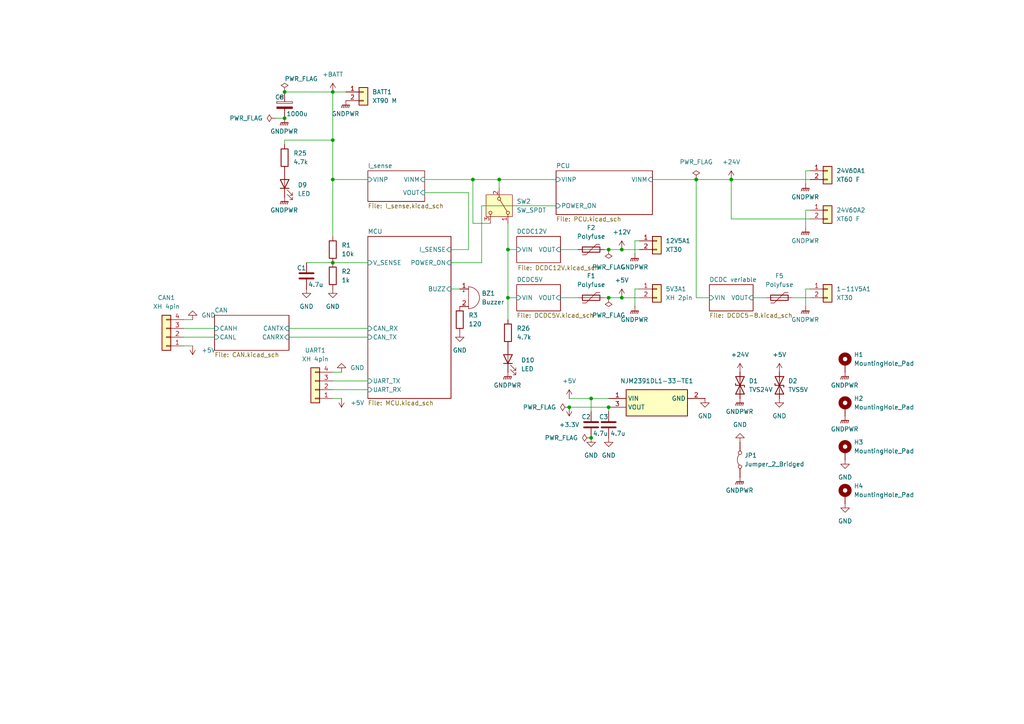
<source format=kicad_sch>
(kicad_sch (version 20250114) (generator "eeschema") (generator_version "9.0")
  (paper "A4")
  (lib_symbols
    (symbol "Connector_Generic:Conn_01x02" (pin_names (offset 1.016) (hide yes))
      (property "Reference" "J" (at 0 2.54 0))
      (property "Value" "Conn_01x02" (at 0 -5.08 0))
      (symbol "Conn_01x02_1_1"
        (rectangle (start -1.27 1.27) (end 1.27 -3.81) (stroke (width 0.254)) (fill (type background)))
        (rectangle (start -1.27 0.127) (end 0 -0.127) (stroke (width 0.1524)))
        (rectangle (start -1.27 -2.413) (end 0 -2.667) (stroke (width 0.1524)))
        (pin passive line (at -5.08 0 0) (length 3.81) (name "Pin_1") (number "1"))
        (pin passive line (at -5.08 -2.54 0) (length 3.81) (name "Pin_2") (number "2"))
      )
    )
    (symbol "Connector_Generic:Conn_01x04" (pin_names (offset 1.016) (hide yes))
      (property "Reference" "J" (at 0 5.08 0))
      (property "Value" "Conn_01x04" (at 0 -7.62 0))
      (symbol "Conn_01x04_1_1"
        (rectangle (start -1.27 3.81) (end 1.27 -6.35) (stroke (width 0.254)) (fill (type background)))
        (rectangle (start -1.27 2.667) (end 0 2.413) (stroke (width 0.1524)))
        (rectangle (start -1.27 0.127) (end 0 -0.127) (stroke (width 0.1524)))
        (rectangle (start -1.27 -2.413) (end 0 -2.667) (stroke (width 0.1524)))
        (rectangle (start -1.27 -4.953) (end 0 -5.207) (stroke (width 0.1524)))
        (pin passive line (at -5.08 2.54 0) (length 3.81) (name "Pin_1") (number "1"))
        (pin passive line (at -5.08 0 0) (length 3.81) (name "Pin_2") (number "2"))
        (pin passive line (at -5.08 -2.54 0) (length 3.81) (name "Pin_3") (number "3"))
        (pin passive line (at -5.08 -5.08 0) (length 3.81) (name "Pin_4") (number "4"))
      )
    )
    (symbol "Device:Buzzer" (pin_names (offset 0.0254) (hide yes))
      (property "Reference" "BZ" (at 3.81 1.27 0))
      (property "Value" "Buzzer" (at 3.81 -1.27 0))
      (symbol "Buzzer_0_1"
        (polyline (pts (xy -1.651 1.905) (xy -1.143 1.905)))
        (polyline (pts (xy -1.397 2.159) (xy -1.397 1.651)))
        (arc (start 0 3.175) (mid 3.1612 0) (end 0 -3.175))
        (polyline (pts (xy 0 3.175) (xy 0 -3.175)))
      )
      (symbol "Buzzer_1_1"
        (pin passive line (at -2.54 2.54 0) (length 2.54) (name "+") (number "1"))
        (pin passive line (at -2.54 -2.54 0) (length 2.54) (name "-") (number "2"))
      )
    )
    (symbol "Device:C" (pin_numbers (hide yes)) (pin_names (offset 0.254))
      (property "Reference" "C" (at 0.635 2.54 0))
      (property "Value" "C" (at 0.635 -2.54 0))
      (symbol "C_0_1"
        (polyline (pts (xy -2.032 0.762) (xy 2.032 0.762)) (stroke (width 0.508)))
        (polyline (pts (xy -2.032 -0.762) (xy 2.032 -0.762)) (stroke (width 0.508)))
      )
      (symbol "C_1_1"
        (pin passive line (at 0 3.81 270) (length 2.794) (name "~") (number "1"))
        (pin passive line (at 0 -3.81 90) (length 2.794) (name "~") (number "2"))
      )
    )
    (symbol "Device:C_Polarized" (pin_numbers (hide yes)) (pin_names (offset 0.254))
      (property "Reference" "C" (at 0.635 2.54 0))
      (property "Value" "C_Polarized" (at 0.635 -2.54 0))
      (symbol "C_Polarized_0_1"
        (rectangle (start -2.286 0.508) (end 2.286 1.016))
        (polyline (pts (xy -1.778 2.286) (xy -0.762 2.286)))
        (polyline (pts (xy -1.27 2.794) (xy -1.27 1.778)))
        (rectangle (start 2.286 -0.508) (end -2.286 -1.016) (fill (type outline)))
      )
      (symbol "C_Polarized_1_1"
        (pin passive line (at 0 3.81 270) (length 2.794) (name "~") (number "1"))
        (pin passive line (at 0 -3.81 90) (length 2.794) (name "~") (number "2"))
      )
    )
    (symbol "Device:D_TVS" (pin_numbers (hide yes)) (pin_names (offset 1.016) (hide yes))
      (property "Reference" "D" (at 0 2.54 0))
      (property "Value" "D_TVS" (at 0 -2.54 0))
      (symbol "D_TVS_0_1"
        (polyline (pts (xy -2.54 1.27) (xy -2.54 -1.27) (xy 2.54 1.27) (xy 2.54 -1.27) (xy -2.54 1.27)) (stroke (width 0.254)))
        (polyline (pts (xy 0.508 1.27) (xy 0 1.27) (xy 0 -1.27) (xy -0.508 -1.27)) (stroke (width 0.254)))
        (polyline (pts (xy 1.27 0) (xy -1.27 0)))
      )
      (symbol "D_TVS_1_1"
        (pin passive line (at -3.81 0 0) (length 2.54) (name "A1") (number "1"))
        (pin passive line (at 3.81 0 180) (length 2.54) (name "A2") (number "2"))
      )
    )
    (symbol "Device:LED" (pin_numbers (hide yes)) (pin_names (offset 1.016) (hide yes))
      (property "Reference" "D" (at 0 2.54 0))
      (property "Value" "LED" (at 0 -2.54 0))
      (symbol "LED_0_1"
        (polyline (pts (xy -3.048 -0.762) (xy -4.572 -2.286) (xy -3.81 -2.286) (xy -4.572 -2.286) (xy -4.572 -1.524)))
        (polyline (pts (xy -1.778 -0.762) (xy -3.302 -2.286) (xy -2.54 -2.286) (xy -3.302 -2.286) (xy -3.302 -1.524)))
        (polyline (pts (xy -1.27 0) (xy 1.27 0)))
        (polyline (pts (xy -1.27 -1.27) (xy -1.27 1.27)) (stroke (width 0.254)))
        (polyline (pts (xy 1.27 -1.27) (xy 1.27 1.27) (xy -1.27 0) (xy 1.27 -1.27)) (stroke (width 0.254)))
      )
      (symbol "LED_1_1"
        (pin passive line (at -3.81 0 0) (length 2.54) (name "K") (number "1"))
        (pin passive line (at 3.81 0 180) (length 2.54) (name "A") (number "2"))
      )
    )
    (symbol "Device:Polyfuse" (pin_numbers (hide yes)) (pin_names (offset 0))
      (property "Reference" "F" (at -2.54 0 90))
      (property "Value" "Polyfuse" (at 2.54 0 90))
      (symbol "Polyfuse_0_1"
        (polyline (pts (xy -1.524 2.54) (xy -1.524 1.524) (xy 1.524 -1.524) (xy 1.524 -2.54)))
        (rectangle (start -0.762 2.54) (end 0.762 -2.54) (stroke (width 0.254)))
        (polyline (pts (xy 0 2.54) (xy 0 -2.54)))
      )
      (symbol "Polyfuse_1_1"
        (pin passive line (at 0 3.81 270) (length 1.27) (name "~") (number "1"))
        (pin passive line (at 0 -3.81 90) (length 1.27) (name "~") (number "2"))
      )
    )
    (symbol "Device:R" (pin_numbers (hide yes)) (pin_names (offset 0))
      (property "Reference" "R" (at 2.032 0 90))
      (property "Value" "R" (at 0 0 90))
      (symbol "R_0_1"
        (rectangle (start -1.016 -2.54) (end 1.016 2.54) (stroke (width 0.254)))
      )
      (symbol "R_1_1"
        (pin passive line (at 0 3.81 270) (length 1.27) (name "~") (number "1"))
        (pin passive line (at 0 -3.81 90) (length 1.27) (name "~") (number "2"))
      )
    )
    (symbol "Jumper:Jumper_2_Bridged" (pin_numbers (hide yes)) (pin_names (offset 0) (hide yes))
      (property "Reference" "JP" (at 0 1.905 0))
      (property "Value" "Jumper_2_Bridged" (at 0 -2.54 0))
      (symbol "Jumper_2_Bridged_0_0"
        (circle (center -2.032 0) (radius 0.508))
        (circle (center 2.032 0) (radius 0.508))
      )
      (symbol "Jumper_2_Bridged_0_1"
        (arc (start -1.524 0.254) (mid 0 0.762) (end 1.524 0.254))
      )
      (symbol "Jumper_2_Bridged_1_1"
        (pin passive line (at -5.08 0 0) (length 2.54) (name "A") (number "1"))
        (pin passive line (at 5.08 0 180) (length 2.54) (name "B") (number "2"))
      )
    )
    (symbol "Mechanical:MountingHole_Pad" (pin_numbers (hide yes)) (pin_names (offset 1.016) (hide yes)) (in_bom no)
      (property "Reference" "H" (at 0 6.35 0))
      (property "Value" "MountingHole_Pad" (at 0 4.445 0))
      (symbol "MountingHole_Pad_0_1"
        (circle (center 0 1.27) (radius 1.27) (stroke (width 1.27)))
      )
      (symbol "MountingHole_Pad_1_1"
        (pin input line (at 0 -2.54 90) (length 2.54) (name "1") (number "1"))
      )
    )
    (symbol "NJM2391DL1-33-TE1:NJM2391DL1-33-TE1"
      (property "Reference" "IC" (at 24.13 7.62 0))
      (property "Value" "NJM2391DL1-33-TE1" (at 24.13 5.08 0))
      (symbol "NJM2391DL1-33-TE1_1_1"
        (rectangle (start 5.08 2.54) (end 22.86 -5.08) (stroke (width 0.254)) (fill (type background)))
        (pin passive line (at 0 0 0) (length 5.08) (name "VIN") (number "1"))
        (pin passive line (at 0 -2.54 0) (length 5.08) (name "VOUT") (number "3"))
        (pin passive line (at 27.94 0 180) (length 5.08) (name "GND") (number "2"))
      )
    )
    (symbol "Switch:SW_SPDT" (pin_names (offset 0) (hide yes))
      (property "Reference" "SW" (at 0 5.08 0))
      (property "Value" "SW_SPDT" (at 0 -5.08 0))
      (symbol "SW_SPDT_0_1"
        (circle (center -2.032 0) (radius 0.4572))
        (polyline (pts (xy -1.651 0.254) (xy 1.651 2.286)))
        (circle (center 2.032 2.54) (radius 0.4572))
        (circle (center 2.032 -2.54) (radius 0.4572))
      )
      (symbol "SW_SPDT_1_1"
        (rectangle (start -3.175 3.81) (end 3.175 -3.81) (fill (type background)))
        (pin passive line (at -5.08 0 0) (length 2.54) (name "B") (number "2"))
        (pin passive line (at 5.08 2.54 180) (length 2.54) (name "A") (number "1"))
        (pin passive line (at 5.08 -2.54 180) (length 2.54) (name "C") (number "3"))
      )
    )
    (symbol "power:+12V" (power) (pin_numbers (hide yes)) (pin_names (offset 0) (hide yes))
      (property "Value" "+12V" (at 0 3.556 0))
      (symbol "+12V_0_1"
        (polyline (pts (xy -0.762 1.27) (xy 0 2.54)))
        (polyline (pts (xy 0 2.54) (xy 0.762 1.27)))
        (polyline (pts (xy 0 0) (xy 0 2.54)))
      )
      (symbol "+12V_1_1"
        (pin power_in line (at 0 0 90) (length 0) (name "~") (number "1"))
      )
    )
    (symbol "power:+24V" (power) (pin_numbers (hide yes)) (pin_names (offset 0) (hide yes))
      (property "Value" "+24V" (at 0 3.556 0))
      (symbol "+24V_0_1"
        (polyline (pts (xy -0.762 1.27) (xy 0 2.54)))
        (polyline (pts (xy 0 2.54) (xy 0.762 1.27)))
        (polyline (pts (xy 0 0) (xy 0 2.54)))
      )
      (symbol "+24V_1_1"
        (pin power_in line (at 0 0 90) (length 0) (name "~") (number "1"))
      )
    )
    (symbol "power:+3.3V" (power) (pin_numbers (hide yes)) (pin_names (offset 0) (hide yes))
      (property "Value" "+3.3V" (at 0 3.556 0))
      (symbol "+3.3V_0_1"
        (polyline (pts (xy -0.762 1.27) (xy 0 2.54)))
        (polyline (pts (xy 0 2.54) (xy 0.762 1.27)))
        (polyline (pts (xy 0 0) (xy 0 2.54)))
      )
      (symbol "+3.3V_1_1"
        (pin power_in line (at 0 0 90) (length 0) (name "~") (number "1"))
      )
    )
    (symbol "power:+5V" (power) (pin_numbers (hide yes)) (pin_names (offset 0) (hide yes))
      (property "Value" "+5V" (at 0 3.556 0))
      (symbol "+5V_0_1"
        (polyline (pts (xy -0.762 1.27) (xy 0 2.54)))
        (polyline (pts (xy 0 2.54) (xy 0.762 1.27)))
        (polyline (pts (xy 0 0) (xy 0 2.54)))
      )
      (symbol "+5V_1_1"
        (pin power_in line (at 0 0 90) (length 0) (name "~") (number "1"))
      )
    )
    (symbol "power:+BATT" (power) (pin_numbers (hide yes)) (pin_names (offset 0) (hide yes))
      (property "Value" "+BATT" (at 0 3.556 0))
      (symbol "+BATT_0_1"
        (polyline (pts (xy -0.762 1.27) (xy 0 2.54)))
        (polyline (pts (xy 0 2.54) (xy 0.762 1.27)))
        (polyline (pts (xy 0 0) (xy 0 2.54)))
      )
      (symbol "+BATT_1_1"
        (pin power_in line (at 0 0 90) (length 0) (name "~") (number "1"))
      )
    )
    (symbol "power:GND" (power) (pin_numbers (hide yes)) (pin_names (offset 0) (hide yes))
      (property "Value" "GND" (at 0 -3.81 0))
      (symbol "GND_0_1"
        (polyline (pts (xy 0 0) (xy 0 -1.27) (xy 1.27 -1.27) (xy 0 -2.54) (xy -1.27 -1.27) (xy 0 -1.27)))
      )
      (symbol "GND_1_1"
        (pin power_in line (at 0 0 270) (length 0) (name "~") (number "1"))
      )
    )
    (symbol "power:GNDPWR" (power) (pin_numbers (hide yes)) (pin_names (offset 0) (hide yes))
      (property "Value" "GNDPWR" (at 0 -3.302 0))
      (symbol "GNDPWR_0_1"
        (polyline (pts (xy -1.016 -1.27) (xy -1.27 -2.032) (xy -1.27 -2.032)) (stroke (width 0.2032)))
        (polyline (pts (xy -0.508 -1.27) (xy -0.762 -2.032) (xy -0.762 -2.032)) (stroke (width 0.2032)))
        (polyline (pts (xy 0 -1.27) (xy 0 0)))
        (polyline (pts (xy 0 -1.27) (xy -0.254 -2.032) (xy -0.254 -2.032)) (stroke (width 0.2032)))
        (polyline (pts (xy 0.508 -1.27) (xy 0.254 -2.032) (xy 0.254 -2.032)) (stroke (width 0.2032)))
        (polyline (pts (xy 1.016 -1.27) (xy -1.016 -1.27) (xy -1.016 -1.27)) (stroke (width 0.2032)))
        (polyline (pts (xy 1.016 -1.27) (xy 0.762 -2.032) (xy 0.762 -2.032) (xy 0.762 -2.032)) (stroke (width 0.2032)))
      )
      (symbol "GNDPWR_1_1"
        (pin power_in line (at 0 0 270) (length 0) (name "~") (number "1"))
      )
    )
    (symbol "power:PWR_FLAG" (power) (pin_numbers (hide yes)) (pin_names (offset 0) (hide yes))
      (property "Value" "PWR_FLAG" (at 0 3.81 0))
      (symbol "PWR_FLAG_0_0"
        (pin power_out line (at 0 0 90) (length 0) (name "~") (number "1"))
      )
      (symbol "PWR_FLAG_0_1"
        (polyline (pts (xy 0 0) (xy 0 1.27) (xy -1.016 1.905) (xy 0 2.54) (xy 1.016 1.905) (xy 0 1.27)))
      )
    )
  )
  (junction (at 171.45 127))
  (junction (at 147.32 72.39))
  (junction (at 147.32 86.36))
  (junction (at 96.52 26.67))
  (junction (at 82.55 26.67))
  (junction (at 171.45 115.57))
  (junction (at 212.09 52.07))
  (junction (at 176.53 86.36))
  (junction (at 180.34 86.36))
  (junction (at 176.53 118.11))
  (junction (at 137.16 52.07))
  (junction (at 201.93 52.07))
  (junction (at 176.53 72.39))
  (junction (at 96.52 76.2))
  (junction (at 180.34 72.39))
  (junction (at 144.78 52.07))
  (junction (at 82.55 34.29))
  (junction (at 165.1 118.11))
  (junction (at 96.52 40.64))
  (junction (at 96.52 52.07))
  (wire (pts (xy 165.1 118.11) (xy 176.53 118.11)))
  (wire (pts (xy 189.23 52.07) (xy 201.93 52.07)))
  (wire (pts (xy 229.87 86.36) (xy 234.95 86.36)))
  (wire (pts (xy 147.32 86.36) (xy 147.32 72.39)))
  (wire (pts (xy 130.81 83.82) (xy 133.35 83.82)))
  (wire (pts (xy 123.19 52.07) (xy 137.16 52.07)))
  (wire (pts (xy 218.44 86.36) (xy 222.25 86.36)))
  (wire (pts (xy 137.16 64.77) (xy 137.16 52.07)))
  (wire (pts (xy 82.55 26.67) (xy 96.52 26.67)))
  (wire (pts (xy 233.68 60.96) (xy 233.68 66.04)))
  (wire (pts (xy 180.34 72.39) (xy 185.42 72.39)))
  (wire (pts (xy 96.52 113.03) (xy 106.68 113.03)))
  (wire (pts (xy 82.55 40.64) (xy 96.52 40.64)))
  (wire (pts (xy 96.52 26.67) (xy 100.33 26.67)))
  (wire (pts (xy 233.68 83.82) (xy 233.68 88.9)))
  (wire (pts (xy 149.86 86.36) (xy 147.32 86.36)))
  (wire (pts (xy 234.95 83.82) (xy 233.68 83.82)))
  (wire (pts (xy 233.68 53.34) (xy 233.68 49.53)))
  (wire (pts (xy 82.55 41.91) (xy 82.55 40.64)))
  (wire (pts (xy 96.52 40.64) (xy 96.52 52.07)))
  (wire (pts (xy 184.15 69.85) (xy 184.15 73.66)))
  (wire (pts (xy 83.82 95.25) (xy 106.68 95.25)))
  (wire (pts (xy 201.93 86.36) (xy 201.93 52.07)))
  (wire (pts (xy 147.32 72.39) (xy 149.86 72.39)))
  (wire (pts (xy 144.78 52.07) (xy 144.78 54.61)))
  (wire (pts (xy 212.09 63.5) (xy 212.09 52.07)))
  (wire (pts (xy 233.68 49.53) (xy 234.95 49.53)))
  (wire (pts (xy 96.52 76.2) (xy 106.68 76.2)))
  (wire (pts (xy 53.34 95.25) (xy 62.23 95.25)))
  (wire (pts (xy 175.26 72.39) (xy 176.53 72.39)))
  (wire (pts (xy 96.52 52.07) (xy 106.68 52.07)))
  (wire (pts (xy 184.15 83.82) (xy 184.15 88.9)))
  (wire (pts (xy 139.7 59.69) (xy 161.29 59.69)))
  (wire (pts (xy 80.01 34.29) (xy 82.55 34.29)))
  (wire (pts (xy 130.81 76.2) (xy 139.7 76.2)))
  (wire (pts (xy 96.52 110.49) (xy 106.68 110.49)))
  (wire (pts (xy 176.53 118.11) (xy 176.53 119.38)))
  (wire (pts (xy 185.42 83.82) (xy 184.15 83.82)))
  (wire (pts (xy 176.53 86.36) (xy 180.34 86.36)))
  (wire (pts (xy 185.42 69.85) (xy 184.15 69.85)))
  (wire (pts (xy 212.09 52.07) (xy 234.95 52.07)))
  (wire (pts (xy 96.52 26.67) (xy 96.52 40.64)))
  (wire (pts (xy 175.26 86.36) (xy 176.53 86.36)))
  (wire (pts (xy 162.56 86.36) (xy 167.64 86.36)))
  (wire (pts (xy 165.1 115.57) (xy 171.45 115.57)))
  (wire (pts (xy 212.09 63.5) (xy 234.95 63.5)))
  (wire (pts (xy 53.34 100.33) (xy 55.88 100.33)))
  (wire (pts (xy 135.89 72.39) (xy 130.81 72.39)))
  (wire (pts (xy 88.9 76.2) (xy 96.52 76.2)))
  (wire (pts (xy 135.89 55.88) (xy 135.89 72.39)))
  (wire (pts (xy 53.34 92.71) (xy 55.88 92.71)))
  (wire (pts (xy 147.32 86.36) (xy 147.32 92.71)))
  (wire (pts (xy 137.16 52.07) (xy 144.78 52.07)))
  (wire (pts (xy 96.52 68.58) (xy 96.52 52.07)))
  (wire (pts (xy 147.32 64.77) (xy 147.32 72.39)))
  (wire (pts (xy 83.82 97.79) (xy 106.68 97.79)))
  (wire (pts (xy 144.78 52.07) (xy 161.29 52.07)))
  (wire (pts (xy 180.34 86.36) (xy 185.42 86.36)))
  (wire (pts (xy 201.93 52.07) (xy 212.09 52.07)))
  (wire (pts (xy 176.53 72.39) (xy 180.34 72.39)))
  (wire (pts (xy 99.06 115.57) (xy 96.52 115.57)))
  (wire (pts (xy 205.74 86.36) (xy 201.93 86.36)))
  (wire (pts (xy 171.45 115.57) (xy 176.53 115.57)))
  (wire (pts (xy 123.19 55.88) (xy 135.89 55.88)))
  (wire (pts (xy 162.56 72.39) (xy 167.64 72.39)))
  (wire (pts (xy 139.7 76.2) (xy 139.7 59.69)))
  (wire (pts (xy 53.34 97.79) (xy 62.23 97.79)))
  (wire (pts (xy 171.45 115.57) (xy 171.45 119.38)))
  (wire (pts (xy 142.24 64.77) (xy 137.16 64.77)))
  (wire (pts (xy 99.06 107.95) (xy 96.52 107.95)))
  (wire (pts (xy 234.95 60.96) (xy 233.68 60.96)))
  (symbol (lib_id "Switch:SW_SPDT") (at 144.78 59.69 270) (unit 1)
    (property "Reference" "SW2" (at 149.86 58.4199 90) (effects (justify left)))
    (property "Value" "SW_SPDT" (at 149.86 60.9599 90) (effects (justify left)))
    (property "Footprint" "Connector:FanPinHeader_1x03_P2.54mm_Vertical" (effects (hide yes)))
    (property "Description" "Switch, single pole double throw" (effects (hide yes)))
  )
  (symbol (lib_id "power:+5V") (at 55.88 100.33 180) (unit 1)
    (property "Reference" "#PWR01" (effects (hide yes)))
    (property "Value" "+5V" (at 58.42 101.5999 0) (effects (justify right)))
    (property "Description" "Power symbol creates a global label with name \"+5V\"" (effects (hide yes)))
  )
  (symbol (lib_id "Mechanical:MountingHole_Pad") (at 245.11 143.51 0) (unit 1) (in_bom no)
    (property "Reference" "H4" (at 247.65 140.9699 0) (effects (justify left)))
    (property "Value" "MountingHole_Pad" (at 247.65 143.5099 0) (effects (justify left)))
    (property "Footprint" "MountingHole:MountingHole_3.2mm_M3_Pad" (effects (hide yes)))
    (property "Description" "Mounting Hole with connection" (effects (hide yes)))
  )
  (symbol (lib_id "Device:Polyfuse") (at 171.45 72.39 90) (unit 1)
    (property "Reference" "F2" (at 171.45 66.04 90))
    (property "Value" "Polyfuse" (at 171.45 68.58 90))
    (property "Footprint" "Fuse:Fuse_Bourns_MF-RG500" (effects (hide yes)))
    (property "Description" "Resettable fuse, polymeric positive temperature coefficient" (effects (hide yes)))
  )
  (symbol (lib_id "Device:R") (at 133.35 92.71 0) (unit 1)
    (property "Reference" "R3" (at 135.89 91.4399 0) (effects (justify left)))
    (property "Value" "120" (at 135.89 93.9799 0) (effects (justify left)))
    (property "Footprint" "Resistor_SMD:R_0603_1608Metric" (effects (hide yes)))
    (property "Description" "Resistor" (effects (hide yes)))
  )
  (symbol (lib_id "power:+5V") (at 99.06 115.57 180) (unit 1)
    (property "Reference" "#PWR06" (effects (hide yes)))
    (property "Value" "+5V" (at 101.6 116.8399 0) (effects (justify right)))
    (property "Description" "Power symbol creates a global label with name \"+5V\"" (effects (hide yes)))
  )
  (symbol (lib_id "power:GNDPWR") (at 214.63 138.43 0) (unit 1)
    (property "Reference" "#PWR079" (effects (hide yes)))
    (property "Value" "GNDPWR" (at 214.503 142.24 0))
    (property "Description" "Power symbol creates a global label with name \"GNDPWR\" , global ground" (effects (hide yes)))
  )
  (symbol (lib_id "Device:R") (at 96.52 72.39 180) (unit 1)
    (property "Reference" "R1" (at 99.06 71.1199 0) (effects (justify right)))
    (property "Value" "10k" (at 99.06 73.6599 0) (effects (justify right)))
    (property "Footprint" "Resistor_SMD:R_0603_1608Metric" (effects (hide yes)))
    (property "Description" "Resistor" (effects (hide yes)))
  )
  (symbol (lib_id "power:GNDPWR") (at 233.68 53.34 0) (unit 1)
    (property "Reference" "#PWR026" (effects (hide yes)))
    (property "Value" "GNDPWR" (at 233.553 57.15 0))
    (property "Description" "Power symbol creates a global label with name \"GNDPWR\" , global ground" (effects (hide yes)))
  )
  (symbol (lib_id "power:PWR_FLAG") (at 201.93 52.07 0) (unit 1)
    (property "Reference" "#FLG04" (effects (hide yes)))
    (property "Value" "PWR_FLAG" (at 201.93 46.99 0))
    (property "Description" "Special symbol for telling ERC where power comes from" (effects (hide yes)))
  )
  (symbol (lib_id "Device:D_TVS") (at 226.06 111.76 270) (unit 1)
    (property "Reference" "D2" (at 228.6 110.4899 90) (effects (justify left)))
    (property "Value" "TVS5V" (at 228.6 113.0299 90) (effects (justify left)))
    (property "Footprint" "Diode_SMD:D_SMB" (effects (hide yes)))
    (property "Description" "Bidirectional transient-voltage-suppression diode" (effects (hide yes)))
  )
  (symbol (lib_id "Jumper:Jumper_2_Bridged") (at 214.63 133.35 90) (unit 1)
    (property "Reference" "JP1" (at 215.9 132.0799 90) (effects (justify right)))
    (property "Value" "Jumper_2_Bridged" (at 215.9 134.6199 90) (effects (justify right)))
    (property "Footprint" "Jumper:SolderJumper-2_P1.3mm_Bridged2Bar_RoundedPad1.0x1.5mm" (effects (hide yes)))
    (property "Description" "Jumper, 2-pole, closed/bridged" (effects (hide yes)))
  )
  (symbol (lib_id "power:+BATT") (at 96.52 26.67 0) (unit 1)
    (property "Reference" "#PWR04" (effects (hide yes)))
    (property "Value" "+BATT" (at 96.52 21.59 0))
    (property "Description" "Power symbol creates a global label with name \"+BATT\"" (effects (hide yes)))
  )
  (symbol (lib_id "Device:C") (at 176.53 123.19 0) (unit 1)
    (property "Reference" "C3" (at 173.736 120.904 0) (effects (justify left)))
    (property "Value" "4.7u" (at 177.038 125.73 0) (effects (justify left)))
    (property "Footprint" "Capacitor_SMD:C_0603_1608Metric" (effects (hide yes)))
    (property "Description" "Unpolarized capacitor" (effects (hide yes)))
  )
  (symbol (lib_id "power:+5V") (at 180.34 86.36 0) (unit 1)
    (property "Reference" "#PWR015" (effects (hide yes)))
    (property "Value" "+5V" (at 180.34 81.28 0))
    (property "Description" "Power symbol creates a global label with name \"+5V\"" (effects (hide yes)))
  )
  (symbol (lib_id "power:GNDPWR") (at 233.68 66.04 0) (unit 1)
    (property "Reference" "#PWR027" (effects (hide yes)))
    (property "Value" "GNDPWR" (at 233.553 69.85 0))
    (property "Description" "Power symbol creates a global label with name \"GNDPWR\" , global ground" (effects (hide yes)))
  )
  (symbol (lib_id "Device:Buzzer") (at 135.89 86.36 0) (unit 1)
    (property "Reference" "BZ1" (at 139.7 85.0899 0) (effects (justify left)))
    (property "Value" "Buzzer" (at 139.7 87.6299 0) (effects (justify left)))
    (property "Footprint" "Buzzer_Beeper:Buzzer_CUI_CPT-9019S-SMT" (effects (hide yes)))
    (property "Description" "Buzzer, polarized" (effects (hide yes)))
  )
  (symbol (lib_id "power:GNDPWR") (at 214.63 115.57 0) (unit 1)
    (property "Reference" "#PWR021" (effects (hide yes)))
    (property "Value" "GNDPWR" (at 214.503 119.38 0))
    (property "Description" "Power symbol creates a global label with name \"GNDPWR\" , global ground" (effects (hide yes)))
  )
  (symbol (lib_id "power:GNDPWR") (at 184.15 73.66 0) (unit 1)
    (property "Reference" "#PWR016" (effects (hide yes)))
    (property "Value" "GNDPWR" (at 184.023 77.47 0))
    (property "Description" "Power symbol creates a global label with name \"GNDPWR\" , global ground" (effects (hide yes)))
  )
  (symbol (lib_id "power:PWR_FLAG") (at 171.45 127 90) (unit 1)
    (property "Reference" "#FLG06" (effects (hide yes)))
    (property "Value" "PWR_FLAG" (at 167.64 126.9999 90) (effects (justify left)))
    (property "Description" "Special symbol for telling ERC where power comes from" (effects (hide yes)))
  )
  (symbol (lib_id "Device:D_TVS") (at 214.63 111.76 90) (unit 1)
    (property "Reference" "D1" (at 217.17 110.4899 90) (effects (justify right)))
    (property "Value" "TVS24V" (at 217.17 113.0299 90) (effects (justify right)))
    (property "Footprint" "Package_TO_SOT_SMD:TO-277A" (effects (hide yes)))
    (property "Description" "Bidirectional transient-voltage-suppression diode" (effects (hide yes)))
  )
  (symbol (lib_id "Device:LED") (at 147.32 104.14 90) (unit 1)
    (property "Reference" "D10" (at 151.13 104.4574 90) (effects (justify right)))
    (property "Value" "LED" (at 151.13 106.9974 90) (effects (justify right)))
    (property "Footprint" "LED_SMD:LED_0603_1608Metric" (effects (hide yes)))
    (property "Description" "Light emitting diode" (effects (hide yes)))
    (property "Sim.Pins" "1=K 2=A" (effects (hide yes)))
  )
  (symbol (lib_id "power:+5V") (at 165.1 115.57 0) (unit 1)
    (property "Reference" "#PWR010" (effects (hide yes)))
    (property "Value" "+5V" (at 165.1 110.49 0))
    (property "Description" "Power symbol creates a global label with name \"+5V\"" (effects (hide yes)))
  )
  (symbol (lib_id "power:PWR_FLAG") (at 165.1 118.11 90) (unit 1)
    (property "Reference" "#FLG05" (effects (hide yes)))
    (property "Value" "PWR_FLAG" (at 161.29 118.1099 90) (effects (justify left)))
    (property "Description" "Special symbol for telling ERC where power comes from" (effects (hide yes)))
  )
  (symbol (lib_id "power:GNDPWR") (at 184.15 88.9 0) (unit 1)
    (property "Reference" "#PWR017" (effects (hide yes)))
    (property "Value" "GNDPWR" (at 184.023 92.71 0))
    (property "Description" "Power symbol creates a global label with name \"GNDPWR\" , global ground" (effects (hide yes)))
  )
  (symbol (lib_id "Device:LED") (at 82.55 53.34 90) (unit 1)
    (property "Reference" "D9" (at 86.36 53.6574 90) (effects (justify right)))
    (property "Value" "LED" (at 86.36 56.1974 90) (effects (justify right)))
    (property "Footprint" "LED_SMD:LED_0603_1608Metric" (effects (hide yes)))
    (property "Description" "Light emitting diode" (effects (hide yes)))
    (property "Sim.Pins" "1=K 2=A" (effects (hide yes)))
  )
  (symbol (lib_id "power:+24V") (at 214.63 107.95 0) (unit 1)
    (property "Reference" "#PWR020" (effects (hide yes)))
    (property "Value" "+24V" (at 214.63 102.87 0))
    (property "Description" "Power symbol creates a global label with name \"+24V\"" (effects (hide yes)))
  )
  (symbol (lib_id "Device:C") (at 171.45 123.19 0) (unit 1)
    (property "Reference" "C2" (at 168.656 120.904 0) (effects (justify left)))
    (property "Value" "4.7u" (at 171.958 125.73 0) (effects (justify left)))
    (property "Footprint" "Capacitor_SMD:C_0603_1608Metric" (effects (hide yes)))
    (property "Description" "Unpolarized capacitor" (effects (hide yes)))
  )
  (symbol (lib_id "Mechanical:MountingHole_Pad") (at 245.11 118.11 0) (unit 1) (in_bom no)
    (property "Reference" "H2" (at 247.65 115.5699 0) (effects (justify left)))
    (property "Value" "MountingHole_Pad" (at 247.65 118.1099 0) (effects (justify left)))
    (property "Footprint" "MountingHole:MountingHole_3.2mm_M3_Pad" (effects (hide yes)))
    (property "Description" "Mounting Hole with connection" (effects (hide yes)))
  )
  (symbol (lib_id "Connector_Generic:Conn_01x02") (at 240.03 60.96 0) (unit 1)
    (property "Reference" "24V60A2" (at 242.57 60.9599 0) (effects (justify left)))
    (property "Value" "XT60 F" (at 242.57 63.4999 0) (effects (justify left)))
    (property "Footprint" "Connector_AMASS:AMASS_XT60-F_1x02_P7.20mm_Vertical" (effects (hide yes)))
    (property "Description" "Generic connector, single row, 01x02, script generated (kicad-library-utils/schlib/autogen/connector/)" (effects (hide yes)))
  )
  (symbol (lib_id "power:PWR_FLAG") (at 176.53 72.39 180) (unit 1)
    (property "Reference" "#FLG03" (effects (hide yes)))
    (property "Value" "PWR_FLAG" (at 176.53 77.47 0))
    (property "Description" "Special symbol for telling ERC where power comes from" (effects (hide yes)))
  )
  (symbol (lib_id "Device:Polyfuse") (at 226.06 86.36 90) (unit 1)
    (property "Reference" "F5" (at 226.06 80.01 90))
    (property "Value" "Polyfuse" (at 226.06 82.55 90))
    (property "Footprint" "Fuse:Fuse_Bourns_MF-RG500" (effects (hide yes)))
    (property "Description" "Resettable fuse, polymeric positive temperature coefficient" (effects (hide yes)))
  )
  (symbol (lib_id "power:GND") (at 171.45 127 0) (unit 1)
    (property "Reference" "#PWR012" (effects (hide yes)))
    (property "Value" "GND" (at 171.45 132.08 0))
    (property "Description" "Power symbol creates a global label with name \"GND\" , ground" (effects (hide yes)))
  )
  (symbol (lib_id "power:GNDPWR") (at 245.11 120.65 0) (unit 1)
    (property "Reference" "#PWR066" (effects (hide yes)))
    (property "Value" "GNDPWR" (at 244.983 124.46 0))
    (property "Description" "Power symbol creates a global label with name \"GNDPWR\" , global ground" (effects (hide yes)))
  )
  (symbol (lib_id "power:+12V") (at 180.34 72.39 0) (unit 1)
    (property "Reference" "#PWR014" (effects (hide yes)))
    (property "Value" "+12V" (at 180.34 67.31 0))
    (property "Description" "Power symbol creates a global label with name \"+12V\"" (effects (hide yes)))
  )
  (symbol (lib_id "power:GND") (at 99.06 107.95 180) (unit 1)
    (property "Reference" "#PWR07" (effects (hide yes)))
    (property "Value" "GND" (at 101.6 106.6799 0) (effects (justify right)))
    (property "Description" "Power symbol creates a global label with name \"GND\" , ground" (effects (hide yes)))
  )
  (symbol (lib_id "Connector_Generic:Conn_01x02") (at 190.5 69.85 0) (unit 1)
    (property "Reference" "12V5A1" (at 193.04 69.8499 0) (effects (justify left)))
    (property "Value" "XT30" (at 193.04 72.3899 0) (effects (justify left)))
    (property "Footprint" "XT30UPB-F:XT30UPBF" (effects (hide yes)))
    (property "Description" "Generic connector, single row, 01x02, script generated (kicad-library-utils/schlib/autogen/connector/)" (effects (hide yes)))
  )
  (symbol (lib_id "Device:Polyfuse") (at 171.45 86.36 90) (unit 1)
    (property "Reference" "F1" (at 171.45 80.01 90))
    (property "Value" "Polyfuse" (at 171.45 82.55 90))
    (property "Footprint" "Fuse:Fuse_Bourns_MF-RG500" (effects (hide yes)))
    (property "Description" "Resettable fuse, polymeric positive temperature coefficient" (effects (hide yes)))
  )
  (symbol (lib_id "power:GND") (at 214.63 128.27 180) (unit 1)
    (property "Reference" "#PWR080" (effects (hide yes)))
    (property "Value" "GND" (at 214.63 123.19 0))
    (property "Description" "Power symbol creates a global label with name \"GND\" , ground" (effects (hide yes)))
  )
  (symbol (lib_id "Connector_Generic:Conn_01x04") (at 91.44 113.03 180) (unit 1)
    (property "Reference" "UART1" (at 91.44 101.6 0))
    (property "Value" "XH 4pin" (at 91.44 104.14 0))
    (property "Footprint" "Connector_JST:JST_XH_S4B-XH-A_1x04_P2.50mm_Horizontal" (effects (hide yes)))
    (property "Description" "Generic connector, single row, 01x04, script generated (kicad-library-utils/schlib/autogen/connector/)" (effects (hide yes)))
  )
  (symbol (lib_id "Connector_Generic:Conn_01x02") (at 190.5 83.82 0) (unit 1)
    (property "Reference" "5V3A1" (at 193.04 83.8199 0) (effects (justify left)))
    (property "Value" "XH 2pin" (at 193.04 86.3599 0) (effects (justify left)))
    (property "Footprint" "Connector_JST:JST_XH_S2B-XH-A_1x02_P2.50mm_Horizontal" (effects (hide yes)))
    (property "Description" "Generic connector, single row, 01x02, script generated (kicad-library-utils/schlib/autogen/connector/)" (effects (hide yes)))
  )
  (symbol (lib_id "power:PWR_FLAG") (at 176.53 86.36 180) (unit 1)
    (property "Reference" "#FLG02" (effects (hide yes)))
    (property "Value" "PWR_FLAG" (at 176.53 91.44 0))
    (property "Description" "Special symbol for telling ERC where power comes from" (effects (hide yes)))
  )
  (symbol (lib_id "Device:C") (at 88.9 80.01 0) (unit 1)
    (property "Reference" "C1" (at 86.106 77.724 0) (effects (justify left)))
    (property "Value" "4.7u" (at 89.408 82.55 0) (effects (justify left)))
    (property "Footprint" "Capacitor_SMD:C_0603_1608Metric" (effects (hide yes)))
    (property "Description" "Unpolarized capacitor" (effects (hide yes)))
  )
  (symbol (lib_id "power:GNDPWR") (at 100.33 29.21 0) (unit 1)
    (property "Reference" "#PWR08" (effects (hide yes)))
    (property "Value" "GNDPWR" (at 100.203 33.02 0))
    (property "Description" "Power symbol creates a global label with name \"GNDPWR\" , global ground" (effects (hide yes)))
  )
  (symbol (lib_id "Device:R") (at 147.32 96.52 180) (unit 1)
    (property "Reference" "R26" (at 149.86 95.2499 0) (effects (justify right)))
    (property "Value" "4.7k" (at 149.86 97.7899 0) (effects (justify right)))
    (property "Footprint" "Capacitor_SMD:C_0603_1608Metric" (effects (hide yes)))
    (property "Description" "Resistor" (effects (hide yes)))
  )
  (symbol (lib_id "power:GND") (at 96.52 83.82 0) (unit 1)
    (property "Reference" "#PWR05" (effects (hide yes)))
    (property "Value" "GND" (at 96.52 88.9 0))
    (property "Description" "Power symbol creates a global label with name \"GND\" , ground" (effects (hide yes)))
  )
  (symbol (lib_id "power:GNDPWR") (at 233.68 88.9 0) (unit 1)
    (property "Reference" "#PWR018" (effects (hide yes)))
    (property "Value" "GNDPWR" (at 233.553 92.71 0))
    (property "Description" "Power symbol creates a global label with name \"GNDPWR\" , global ground" (effects (hide yes)))
  )
  (symbol (lib_id "Device:R") (at 82.55 45.72 180) (unit 1)
    (property "Reference" "R25" (at 85.09 44.4499 0) (effects (justify right)))
    (property "Value" "4.7k" (at 85.09 46.9899 0) (effects (justify right)))
    (property "Footprint" "Capacitor_SMD:C_0603_1608Metric" (effects (hide yes)))
    (property "Description" "Resistor" (effects (hide yes)))
  )
  (symbol (lib_id "Device:C_Polarized") (at 82.55 30.48 0) (unit 1)
    (property "Reference" "C8" (at 79.756 28.194 0) (effects (justify left)))
    (property "Value" "1000u" (at 83.058 33.02 0) (effects (justify left)))
    (property "Footprint" "Capacitor_THT:CP_Radial_D12.5mm_P5.00mm" (effects (hide yes)))
    (property "Description" "Polarized capacitor" (effects (hide yes)))
  )
  (symbol (lib_id "NJM2391DL1-33-TE1:NJM2391DL1-33-TE1") (at 176.53 115.57 0) (unit 1)
    (property "Reference" "IC1" (effects (hide yes)))
    (property "Value" "NJM2391DL1-33-TE1" (at 190.5 110.49 0))
    (property "Footprint" "NJM2391DL1-33:NJM2391DL133TE1" (effects (hide yes)))
    (property "Datasheet" "https://www.nisshinbo-microdevices.co.jp/en/pdf/datasheet/NJM2391_E.pdf" (effects (hide yes)))
    (property "Description" "LDO Regulator Pos 3.3V 1A 3-Pin  TO-252" (effects (hide yes)))
    (property "Height" "2.63" (effects (hide yes)))
    (property "Mouser Part Number" "513-NJM2391DL133-TE1" (effects (hide yes)))
    (property "Mouser Price/Stock" "https://www.mouser.co.uk/ProductDetail/Nisshinbo/NJM2391DL1-33-TE1?qs=l%2FzmVEvW4JpmmNoqbD2bKw%3D%3D" (effects (hide yes)))
    (property "Manufacturer_Name" "Nisshinbo" (effects (hide yes)))
    (property "Manufacturer_Part_Number" "NJM2391DL1-33-TE1" (effects (hide yes)))
  )
  (symbol (lib_id "power:GND") (at 88.9 83.82 0) (unit 1)
    (property "Reference" "#PWR03" (effects (hide yes)))
    (property "Value" "GND" (at 88.9 88.9 0))
    (property "Description" "Power symbol creates a global label with name \"GND\" , ground" (effects (hide yes)))
  )
  (symbol (lib_id "power:GND") (at 55.88 92.71 180) (unit 1)
    (property "Reference" "#PWR02" (effects (hide yes)))
    (property "Value" "GND" (at 58.42 91.4399 0) (effects (justify right)))
    (property "Description" "Power symbol creates a global label with name \"GND\" , ground" (effects (hide yes)))
  )
  (symbol (lib_id "Mechanical:MountingHole_Pad") (at 245.11 105.41 0) (unit 1) (in_bom no)
    (property "Reference" "H1" (at 247.65 102.8699 0) (effects (justify left)))
    (property "Value" "MountingHole_Pad" (at 247.65 105.4099 0) (effects (justify left)))
    (property "Footprint" "MountingHole:MountingHole_3.2mm_M3_Pad" (effects (hide yes)))
    (property "Description" "Mounting Hole with connection" (effects (hide yes)))
  )
  (symbol (lib_id "power:PWR_FLAG") (at 82.55 26.67 0) (unit 1)
    (property "Reference" "#FLG01" (effects (hide yes)))
    (property "Value" "PWR_FLAG" (at 82.5501 22.86 0) (effects (justify left)))
    (property "Description" "Special symbol for telling ERC where power comes from" (effects (hide yes)))
  )
  (symbol (lib_id "power:GND") (at 226.06 115.57 0) (unit 1)
    (property "Reference" "#PWR024" (effects (hide yes)))
    (property "Value" "GND" (at 226.06 120.65 0))
    (property "Description" "Power symbol creates a global label with name \"GND\" , ground" (effects (hide yes)))
  )
  (symbol (lib_id "power:GNDPWR") (at 82.55 34.29 0) (unit 1)
    (property "Reference" "#PWR075" (effects (hide yes)))
    (property "Value" "GNDPWR" (at 82.423 38.1 0))
    (property "Description" "Power symbol creates a global label with name \"GNDPWR\" , global ground" (effects (hide yes)))
  )
  (symbol (lib_id "power:GNDPWR") (at 245.11 107.95 0) (unit 1)
    (property "Reference" "#PWR053" (effects (hide yes)))
    (property "Value" "GNDPWR" (at 244.983 111.76 0))
    (property "Description" "Power symbol creates a global label with name \"GNDPWR\" , global ground" (effects (hide yes)))
  )
  (symbol (lib_id "power:+3.3V") (at 165.1 118.11 180) (unit 1)
    (property "Reference" "#PWR011" (effects (hide yes)))
    (property "Value" "+3.3V" (at 165.1 123.19 0))
    (property "Description" "Power symbol creates a global label with name \"+3.3V\"" (effects (hide yes)))
  )
  (symbol (lib_id "power:GND") (at 245.11 146.05 0) (unit 1)
    (property "Reference" "#PWR068" (effects (hide yes)))
    (property "Value" "GND" (at 245.11 151.13 0))
    (property "Description" "Power symbol creates a global label with name \"GND\" , ground" (effects (hide yes)))
  )
  (symbol (lib_id "Connector_Generic:Conn_01x04") (at 48.26 97.79 180) (unit 1)
    (property "Reference" "CAN1" (at 48.26 86.36 0))
    (property "Value" "XH 4pin" (at 48.26 88.9 0))
    (property "Footprint" "Connector_JST:JST_XH_S4B-XH-A_1x04_P2.50mm_Horizontal" (effects (hide yes)))
    (property "Description" "Generic connector, single row, 01x04, script generated (kicad-library-utils/schlib/autogen/connector/)" (effects (hide yes)))
  )
  (symbol (lib_id "power:+24V") (at 212.09 52.07 0) (unit 1)
    (property "Reference" "#PWR025" (effects (hide yes)))
    (property "Value" "+24V" (at 212.09 46.99 0))
    (property "Description" "Power symbol creates a global label with name \"+24V\"" (effects (hide yes)))
  )
  (symbol (lib_id "Connector_Generic:Conn_01x02") (at 240.03 83.82 0) (unit 1)
    (property "Reference" "1-11V5A1" (at 242.57 83.8199 0) (effects (justify left)))
    (property "Value" "XT30" (at 242.57 86.3599 0) (effects (justify left)))
    (property "Footprint" "XT30UPB-F:XT30UPBF" (effects (hide yes)))
    (property "Description" "Generic connector, single row, 01x02, script generated (kicad-library-utils/schlib/autogen/connector/)" (effects (hide yes)))
  )
  (symbol (lib_id "Connector_Generic:Conn_01x02") (at 240.03 49.53 0) (unit 1)
    (property "Reference" "24V60A1" (at 242.57 49.5299 0) (effects (justify left)))
    (property "Value" "XT60 F" (at 242.57 52.0699 0) (effects (justify left)))
    (property "Footprint" "Connector_AMASS:AMASS_XT60-F_1x02_P7.20mm_Vertical" (effects (hide yes)))
    (property "Description" "Generic connector, single row, 01x02, script generated (kicad-library-utils/schlib/autogen/connector/)" (effects (hide yes)))
  )
  (symbol (lib_id "Connector_Generic:Conn_01x02") (at 105.41 26.67 0) (unit 1)
    (property "Reference" "BATT1" (at 107.95 26.6699 0) (effects (justify left)))
    (property "Value" "XT90 M" (at 107.95 29.2099 0) (effects (justify left)))
    (property "Footprint" "XT90PB:XT90PBF" (effects (hide yes)))
    (property "Description" "Generic connector, single row, 01x02, script generated (kicad-library-utils/schlib/autogen/connector/)" (effects (hide yes)))
  )
  (symbol (lib_id "power:GND") (at 245.11 133.35 0) (unit 1)
    (property "Reference" "#PWR067" (effects (hide yes)))
    (property "Value" "GND" (at 245.11 138.43 0))
    (property "Description" "Power symbol creates a global label with name \"GND\" , ground" (effects (hide yes)))
  )
  (symbol (lib_id "power:GNDPWR") (at 82.55 57.15 0) (unit 1)
    (property "Reference" "#PWR074" (effects (hide yes)))
    (property "Value" "GNDPWR" (at 82.423 60.96 0))
    (property "Description" "Power symbol creates a global label with name \"GNDPWR\" , global ground" (effects (hide yes)))
  )
  (symbol (lib_id "power:GND") (at 204.47 115.57 0) (unit 1)
    (property "Reference" "#PWR019" (effects (hide yes)))
    (property "Value" "GND" (at 204.47 120.65 0))
    (property "Description" "Power symbol creates a global label with name \"GND\" , ground" (effects (hide yes)))
  )
  (symbol (lib_id "power:PWR_FLAG") (at 80.01 34.29 90) (unit 1)
    (property "Reference" "#FLG07" (effects (hide yes)))
    (property "Value" "PWR_FLAG" (at 76.2 34.2899 90) (effects (justify left)))
    (property "Description" "Special symbol for telling ERC where power comes from" (effects (hide yes)))
  )
  (symbol (lib_id "Device:R") (at 96.52 80.01 180) (unit 1)
    (property "Reference" "R2" (at 99.06 78.7399 0) (effects (justify right)))
    (property "Value" "1k" (at 99.06 81.2799 0) (effects (justify right)))
    (property "Footprint" "Resistor_SMD:R_0603_1608Metric" (effects (hide yes)))
    (property "Description" "Resistor" (effects (hide yes)))
  )
  (symbol (lib_id "power:GND") (at 133.35 96.52 0) (unit 1)
    (property "Reference" "#PWR09" (effects (hide yes)))
    (property "Value" "GND" (at 133.35 101.6 0))
    (property "Description" "Power symbol creates a global label with name \"GND\" , ground" (effects (hide yes)))
  )
  (symbol (lib_id "power:GND") (at 176.53 127 0) (unit 1)
    (property "Reference" "#PWR013" (effects (hide yes)))
    (property "Value" "GND" (at 176.53 132.08 0))
    (property "Description" "Power symbol creates a global label with name \"GND\" , ground" (effects (hide yes)))
  )
  (symbol (lib_id "power:+5V") (at 226.06 107.95 0) (unit 1)
    (property "Reference" "#PWR023" (effects (hide yes)))
    (property "Value" "+5V" (at 226.06 102.87 0))
    (property "Description" "Power symbol creates a global label with name \"+5V\"" (effects (hide yes)))
  )
  (symbol (lib_id "power:GNDPWR") (at 147.32 107.95 0) (unit 1)
    (property "Reference" "#PWR082" (effects (hide yes)))
    (property "Value" "GNDPWR" (at 147.193 111.76 0))
    (property "Description" "Power symbol creates a global label with name \"GNDPWR\" , global ground" (effects (hide yes)))
  )
  (symbol (lib_id "Mechanical:MountingHole_Pad") (at 245.11 130.81 0) (unit 1) (in_bom no)
    (property "Reference" "H3" (at 247.65 128.2699 0) (effects (justify left)))
    (property "Value" "MountingHole_Pad" (at 247.65 130.8099 0) (effects (justify left)))
    (property "Footprint" "MountingHole:MountingHole_3.2mm_M3_Pad" (effects (hide yes)))
    (property "Description" "Mounting Hole with connection" (effects (hide yes)))
  )
  (sheet (at 106.68 68.58) (size 24.13 46.99) (stroke (width 0.1524))
    (property "Sheetname" "MCU" (at 106.68 67.8684 0) (effects (justify left bottom)))
    (property "Sheetfile" "MCU.kicad_sch" (at 106.68 116.1546 0) (effects (justify left top)))
    (pin "CAN_RX" input (at 106.68 95.25 180))
    (pin "CAN_TX" input (at 106.68 97.79 180))
    (pin "BUZZ" input (at 130.81 83.82 0))
    (pin "POWER_ON" input (at 130.81 76.2 0))
    (pin "I_SENSE" input (at 130.81 72.39 0))
    (pin "UART_RX" input (at 106.68 113.03 180))
    (pin "UART_TX" input (at 106.68 110.49 180))
    (pin "V_SENSE" input (at 106.68 76.2 180))
  )
  (sheet (at 149.86 68.58) (size 12.7 7.62) (stroke (width 0.1524))
    (property "Sheetname" "DCDC12V" (at 149.86 67.8684 0) (effects (justify left bottom)))
    (property "Sheetfile" "DCDC12V.kicad_sch" (at 150.114 76.962 0) (effects (justify left top)))
    (pin "VIN" input (at 149.86 72.39 180))
    (pin "VOUT" input (at 162.56 72.39 0))
  )
  (sheet (at 205.74 82.55) (size 12.7 7.62) (stroke (width 0.1524))
    (property "Sheetname" "DCDC veriable" (at 205.74 81.8384 0) (effects (justify left bottom)))
    (property "Sheetfile" "DCDC5-8.kicad_sch" (at 205.74 90.7546 0) (effects (justify left top)))
    (pin "VOUT" input (at 218.44 86.36 0))
    (pin "VIN" input (at 205.74 86.36 180))
  )
  (sheet (at 161.29 49.53) (size 27.94 12.7) (stroke (width 0.1524))
    (property "Sheetname" "PCU" (at 161.29 48.8184 0) (effects (justify left bottom)))
    (property "Sheetfile" "PCU.kicad_sch" (at 161.29 62.8146 0) (effects (justify left top)))
    (pin "POWER_ON" input (at 161.29 59.69 180))
    (pin "VINM" input (at 189.23 52.07 0))
    (pin "VINP" input (at 161.29 52.07 180))
  )
  (sheet (at 149.86 82.55) (size 12.7 7.62) (stroke (width 0.1524))
    (property "Sheetname" "DCDC5V" (at 149.86 81.8384 0) (effects (justify left bottom)))
    (property "Sheetfile" "DCDC5V.kicad_sch" (at 149.86 90.7546 0) (effects (justify left top)))
    (pin "VIN" input (at 149.86 86.36 180))
    (pin "VOUT" input (at 162.56 86.36 0))
  )
  (sheet (at 106.68 49.53) (size 16.51 8.89) (stroke (width 0.1524))
    (property "Sheetname" "I_sense" (at 106.68 48.8184 0) (effects (justify left bottom)))
    (property "Sheetfile" "I_sense.kicad_sch" (at 106.68 59.0046 0) (effects (justify left top)))
    (pin "VINM" input (at 123.19 52.07 0))
    (pin "VOUT" input (at 123.19 55.88 0))
    (pin "VINP" input (at 106.68 52.07 180))
  )
  (sheet (at 62.23 91.44) (size 21.59 10.16) (stroke (width 0.1524))
    (property "Sheetname" "CAN" (at 62.23 90.7284 0) (effects (justify left bottom)))
    (property "Sheetfile" "CAN.kicad_sch" (at 62.23 102.1846 0) (effects (justify left top)))
    (pin "CANTX" input (at 83.82 95.25 0))
    (pin "CANH" input (at 62.23 95.25 180))
    (pin "CANRX" input (at 83.82 97.79 0))
    (pin "CANL" input (at 62.23 97.79 180))
  )
)
</source>
